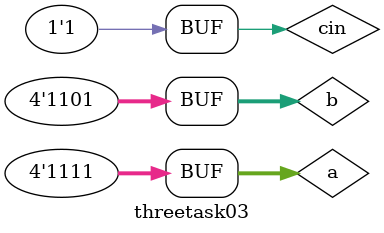
<source format=v>
`timescale 1ns / 1ps


module threetask03;

	// Inputs
	reg [3:0] a;
	reg [3:0] b;
	reg cin;

	// Outputs
	wire co;
	wire [3:0] s;

	// Instantiate the Unit Under Test (UUT)
	taskthree uut (
		.a(a), 
		.b(b), 
		.cin(cin), 
		.co(co), 
		.s(s)
	);

	initial begin
		// Initialize Inputs
		a = 0;
		b = 0;
		cin = 0;

		// Wait 100 ns for global reset to finish
		#100; a=4'b0001;b=4'b0011;cin=1'b0;
      #100 a=4'b0101;b=4'b1011;cin=1'b0;
      #100 a=4'b1101;b=4'b0011;cin=1'b1;
      #100 a=4'b0011;b=4'b0011;cin=1'b0;
      #100 a=4'b1001;b=4'b0011;cin=1'b1;
      #100 a=4'b0001;b=4'b1011;cin=1'b0;
      #100 a=4'b1111;b=4'b1101;cin=1'b1;
        
		// Add stimulus here

	end
      
endmodule


</source>
